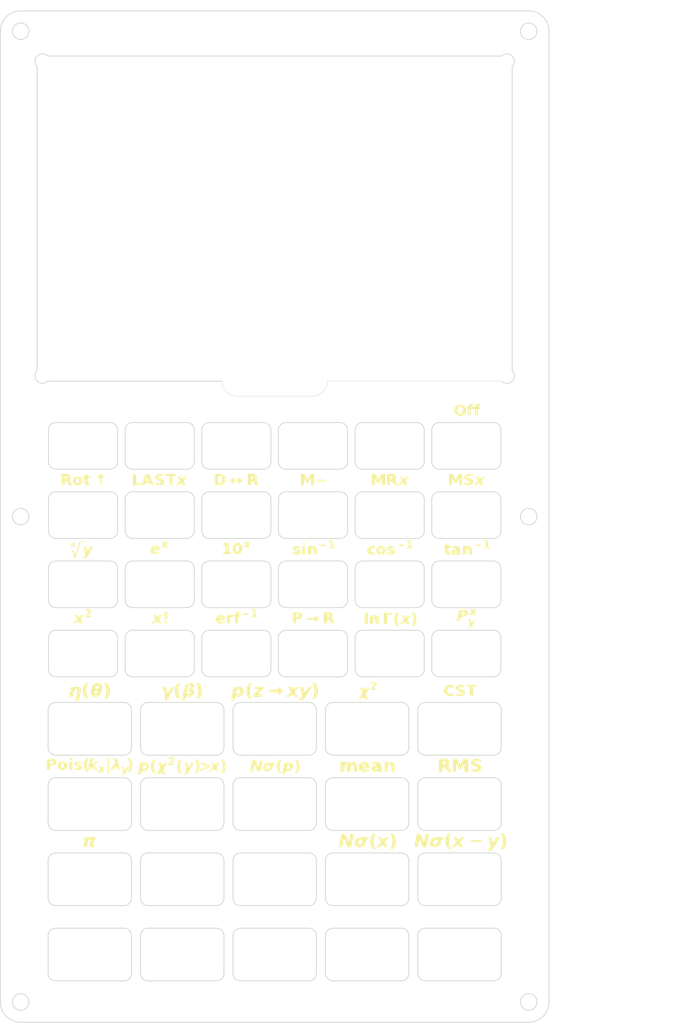
<source format=kicad_pcb>
(kicad_pcb (version 20221018) (generator pcbnew)
  (layers (0 "F.Cu" signal) (31 "B.Cu" signal) (34 "B.Paste" user) (35 "F.Paste" user) (36 "B.SilkS" user "B.Silkscreen") (37 "F.SilkS" user "F.Silkscreen") (38 "B.Mask" user) (39 "F.Mask" user) (44 "Edge.Cuts" user))
  (net 0 "")
  (footprint "LOGO" (layer "F.Cu") (at 100 97.2)
    (fp_text reference "G***" hide)
    (fp_text value "LOGO" hide)
  )
  (gr_arc (start 69.9 85.7) (mid 70.192893 84.992893) (end 70.9 84.7) (stroke (width 0.1)) (layer "Edge.Cuts"))
  (gr_arc (start 88.3 93.9) (mid 89.007107 94.192893) (end 89.3 94.9) (stroke (width 0.1)) (layer "Edge.Cuts"))
  (gr_line (start 70.85 131.9) (end 79.95 131.9) (stroke (width 0.1)) (layer "Edge.Cuts"))
  (gr_arc (start 111.7 118.5) (mid 110.992893 118.207107) (end 110.7 117.5) (stroke (width 0.1)) (layer "Edge.Cuts"))
  (gr_arc (start 119.05 152.9) (mid 119.342893 152.192893) (end 120.05 151.9) (stroke (width 0.1)) (layer "Edge.Cuts"))
  (gr_arc (start 88.3 103.1) (mid 89.007107 103.392893) (end 89.3 104.1) (stroke (width 0.1)) (layer "Edge.Cuts"))
  (gr_line (start 109.7 94.9) (end 109.7 99.1) (stroke (width 0.1)) (layer "Edge.Cuts"))
  (gr_arc (start 118.9 103.1) (mid 119.607107 103.392893) (end 119.9 104.1) (stroke (width 0.1)) (layer "Edge.Cuts"))
  (gr_line (start 120.05 141.9) (end 129.15 141.9) (stroke (width 0.1)) (layer "Edge.Cuts"))
  (gr_arc (start 89.3 117.5) (mid 89.007107 118.207107) (end 88.3 118.5) (stroke (width 0.1)) (layer "Edge.Cuts"))
  (gr_arc (start 101.5 109.3) (mid 100.792893 109.007107) (end 100.5 108.3) (stroke (width 0.1)) (layer "Edge.Cuts"))
  (gr_line (start 111.7 103.1) (end 118.9 103.1) (stroke (width 0.1)) (layer "Edge.Cuts"))
  (gr_arc (start 90.3 113.3) (mid 90.592893 112.592893) (end 91.3 112.3) (stroke (width 0.1)) (layer "Edge.Cuts"))
  (gr_arc (start 69.9 113.3) (mid 70.192893 112.592893) (end 70.9 112.3) (stroke (width 0.1)) (layer "Edge.Cuts"))
  (gr_arc (start 130.185787 35.999999) (mid 131.600001 35.999999) (end 131.600001 37.414213) (stroke (width 0.1)) (layer "Edge.Cuts"))
  (gr_arc (start 106.75 142.9) (mid 107.042893 142.192893) (end 107.75 141.9) (stroke (width 0.1)) (layer "Edge.Cuts"))
  (gr_line (start 100.5 89.9) (end 100.5 85.7) (stroke (width 0.1)) (layer "Edge.Cuts"))
  (gr_arc (start 108.7 112.3) (mid 109.407107 112.592893) (end 109.7 113.3) (stroke (width 0.1)) (layer "Edge.Cuts"))
  (gr_line (start 108.7 118.5) (end 101.5 118.5) (stroke (width 0.1)) (layer "Edge.Cuts"))
  (gr_line (start 79.1 104.1) (end 79.1 108.3) (stroke (width 0.1)) (layer "Edge.Cuts"))
  (gr_line (start 93.25 142.9) (end 93.25 147.9) (stroke (width 0.1)) (layer "Edge.Cuts"))
  (gr_arc (start 92.25 141.9) (mid 92.957107 142.192893) (end 93.25 142.9) (stroke (width 0.1)) (layer "Edge.Cuts"))
  (gr_arc (start 131.6 77.785787) (mid 131.600001 79.2) (end 130.185788 79.200001) (stroke (width 0.1)) (layer "Edge.Cuts"))
  (gr_line (start 70.9 93.9) (end 78.1 93.9) (stroke (width 0.1)) (layer "Edge.Cuts"))
  (gr_line (start 92.25 128.9) (end 83.15 128.9) (stroke (width 0.1)) (layer "Edge.Cuts"))
  (gr_line (start 69.85 157.9) (end 69.85 152.9) (stroke (width 0.1)) (layer "Edge.Cuts"))
  (gr_line (start 119.05 127.9) (end 119.05 122.9) (stroke (width 0.1)) (layer "Edge.Cuts"))
  (gr_line (start 120.05 121.9) (end 129.15 121.9) (stroke (width 0.1)) (layer "Edge.Cuts"))
  (gr_arc (start 95.45 138.9) (mid 94.742893 138.607107) (end 94.45 137.9) (stroke (width 0.1)) (layer "Edge.Cuts"))
  (gr_line (start 120.9 89.9) (end 120.9 85.7) (stroke (width 0.1)) (layer "Edge.Cuts"))
  (gr_line (start 101.5 84.7) (end 108.7 84.7) (stroke (width 0.1)) (layer "Edge.Cuts"))
  (gr_arc (start 93.25 137.9) (mid 92.957107 138.607107) (end 92.25 138.9) (stroke (width 0.1)) (layer "Edge.Cuts"))
  (gr_arc (start 92.25 151.9) (mid 92.957107 152.192893) (end 93.25 152.9) (stroke (width 0.1)) (layer "Edge.Cuts"))
  (gr_line (start 130.1 113.3) (end 130.1 117.5) (stroke (width 0.1)) (layer "Edge.Cuts"))
  (gr_line (start 100.5 108.3) (end 100.5 104.1) (stroke (width 0.1)) (layer "Edge.Cuts"))
  (gr_line (start 88.3 100.1) (end 81.1 100.1) (stroke (width 0.1)) (layer "Edge.Cuts"))
  (gr_arc (start 106.75 122.9) (mid 107.042893 122.192893) (end 107.75 121.9) (stroke (width 0.1)) (layer "Edge.Cuts"))
  (gr_line (start 109.7 85.7) (end 109.7 89.9) (stroke (width 0.1)) (layer "Edge.Cuts"))
  (gr_arc (start 117.85 157.9) (mid 117.557107 158.607107) (end 116.85 158.9) (stroke (width 0.1)) (layer "Edge.Cuts"))
  (gr_line (start 104.55 138.9) (end 95.45 138.9) (stroke (width 0.1)) (layer "Edge.Cuts"))
  (gr_line (start 129.1 109.3) (end 121.9 109.3) (stroke (width 0.1)) (layer "Edge.Cuts"))
  (gr_line (start 88.3 118.5) (end 81.1 118.5) (stroke (width 0.1)) (layer "Edge.Cuts"))
  (gr_line (start 116.85 148.9) (end 107.75 148.9) (stroke (width 0.1)) (layer "Edge.Cuts"))
  (gr_line (start 119.05 137.9) (end 119.05 132.9) (stroke (width 0.1)) (layer "Edge.Cuts"))
  (gr_line (start 69.9 99.1) (end 69.9 94.9) (stroke (width 0.1)) (layer "Edge.Cuts"))
  (gr_line (start 90.3 89.9) (end 90.3 85.7) (stroke (width 0.1)) (layer "Edge.Cuts"))
  (gr_line (start 94.45 147.9) (end 94.45 142.9) (stroke (width 0.1)) (layer "Edge.Cuts"))
  (gr_arc (start 78.1 112.3) (mid 78.807107 112.592893) (end 79.1 113.3) (stroke (width 0.1)) (layer "Edge.Cuts"))
  (gr_arc (start 129.1 103.1) (mid 129.807107 103.392893) (end 130.1 104.1) (stroke (width 0.1)) (layer "Edge.Cuts"))
  (gr_line (start 105.55 122.9) (end 105.55 127.9) (stroke (width 0.1)) (layer "Edge.Cuts"))
  (gr_line (start 130.15 132.9) (end 130.15 137.9) (stroke (width 0.1)) (layer "Edge.Cuts"))
  (gr_arc (start 89.3 99.1) (mid 89.007107 99.807107) (end 88.3 100.1) (stroke (width 0.1)) (layer "Edge.Cuts"))
  (gr_line (start 89.3 85.7) (end 89.3 89.9) (stroke (width 0.1)) (layer "Edge.Cuts"))
  (gr_line (start 130.1 104.1) (end 130.1 108.3) (stroke (width 0.1)) (layer "Edge.Cuts"))
  (gr_line (start 82.15 147.9) (end 82.15 142.9) (stroke (width 0.1)) (layer "Edge.Cuts"))
  (gr_arc (start 116.85 141.9) (mid 117.557107 142.192893) (end 117.85 142.9) (stroke (width 0.1)) (layer "Edge.Cuts"))
  (gr_arc (start 120.9 94.9) (mid 121.192893 94.192893) (end 121.9 93.9) (stroke (width 0.1)) (layer "Edge.Cuts"))
  (gr_arc (start 79.1 117.5) (mid 78.807107 118.207107) (end 78.1 118.5) (stroke (width 0.1)) (layer "Edge.Cuts"))
  (gr_line (start 117.85 142.9) (end 117.85 147.9) (stroke (width 0.1)) (layer "Edge.Cuts"))
  (gr_arc (start 69.814212 79.2) (mid 68.4 79.2) (end 68.4 77.785788) (stroke (width 0.1)) (layer "Edge.Cuts"))
  (gr_line (start 116.85 158.9) (end 107.75 158.9) (stroke (width 0.1)) (layer "Edge.Cuts"))
  (gr_line (start 118.9 118.5) (end 111.7 118.5) (stroke (width 0.1)) (layer "Edge.Cuts"))
  (gr_arc (start 105.55 137.9) (mid 105.257107 138.607107) (end 104.55 138.9) (stroke (width 0.1)) (layer "Edge.Cuts"))
  (gr_arc (start 100.5 113.3) (mid 100.792893 112.592893) (end 101.5 112.3) (stroke (width 0.1)) (layer "Edge.Cuts"))
  (gr_arc (start 69.9 94.9) (mid 70.192893 94.192893) (end 70.9 93.9) (stroke (width 0.1)) (layer "Edge.Cuts"))
  (gr_line (start 83.15 131.9) (end 92.25 131.9) (stroke (width 0.1)) (layer "Edge.Cuts"))
  (gr_arc (start 79.95 131.9) (mid 80.657107 132.192893) (end 80.95 132.9) (stroke (width 0.1)) (layer "Edge.Cuts"))
  (gr_line (start 120.9 99.1) (end 120.9 94.9) (stroke (width 0.1)) (layer "Edge.Cuts"))
  (gr_line (start 109.7 113.3) (end 109.7 117.5) (stroke (width 0.1)) (layer "Edge.Cuts"))
  (gr_line (start 101.5 112.3) (end 108.7 112.3) (stroke (width 0.1)) (layer "Edge.Cuts"))
  (gr_line (start 82.15 137.9) (end 82.15 132.9) (stroke (width 0.1)) (layer "Edge.Cuts"))
  (gr_line (start 105.55 142.9) (end 105.55 147.9) (stroke (width 0.1)) (layer "Edge.Cuts"))
  (gr_line (start 70.85 151.9) (end 79.95 151.9) (stroke (width 0.1)) (layer "Edge.Cuts"))
  (gr_arc (start 104.55 121.9) (mid 105.257107 122.192893) (end 105.55 122.9) (stroke (width 0.1)) (layer "Edge.Cuts"))
  (gr_line (start 69.85 137.9) (end 69.85 132.9) (stroke (width 0.1)) (layer "Edge.Cuts"))
  (gr_arc (start 81.1 90.9) (mid 80.392893 90.607107) (end 80.1 89.9) (stroke (width 0.1)) (layer "Edge.Cuts"))
  (gr_line (start 83.15 151.9) (end 92.25 151.9) (stroke (width 0.1)) (layer "Edge.Cuts"))
  (gr_arc (start 101.5 100.1) (mid 100.792893 99.807107) (end 100.5 99.1) (stroke (width 0.1)) (layer "Edge.Cuts"))
  (gr_line (start 111.7 84.7) (end 118.9 84.7) (stroke (width 0.1)) (layer "Edge.Cuts"))
  (gr_arc (start 104.55 141.9) (mid 105.257107 142.192893) (end 105.55 142.9) (stroke (width 0.1)) (layer "Edge.Cuts"))
  (gr_arc (start 119.05 142.9) (mid 119.342893 142.192893) (end 120.05 141.9) (stroke (width 0.1)) (layer "Edge.Cuts"))
  (gr_line (start 117.85 132.9) (end 117.85 137.9) (stroke (width 0.1)) (layer "Edge.Cuts"))
  (gr_arc (start 70.85 128.9) (mid 70.142893 128.607107) (end 69.85 127.9) (stroke (width 0.1)) (layer "Edge.Cuts"))
  (gr_arc (start 99.5 117.5) (mid 99.207107 118.207107) (end 98.5 118.5) (stroke (width 0.1)) (layer "Edge.Cuts"))
  (gr_line (start 99.5 85.7) (end 99.5 89.9) (stroke (width 0.1)) (layer "Edge.Cuts"))
  (gr_line (start 98.5 100.1) (end 91.3 100.1) (stroke (width 0.1)) (layer "Edge.Cuts"))
  (gr_arc (start 81.1 100.1) (mid 80.392893 99.807107) (end 80.1 99.1) (stroke (width 0.1)) (layer "Edge.Cuts"))
  (gr_arc (start 111.7 90.9) (mid 110.992893 90.607107) (end 110.7 89.9) (stroke (width 0.1)) (layer "Edge.Cuts"))
  (gr_arc (start 68.399999 37.414212) (mid 68.4 35.999999) (end 69.814213 36) (stroke (width 0.1)) (layer "Edge.Cuts"))
  (gr_line (start 99.5 113.3) (end 99.5 117.5) (stroke (width 0.1)) (layer "Edge.Cuts"))
  (gr_arc (start 69.85 152.9) (mid 70.142893 152.192893) (end 70.85 151.9) (stroke (width 0.1)) (layer "Edge.Cuts"))
  (gr_line (start 80.1 89.9) (end 80.1 85.7) (stroke (width 0.1)) (layer "Edge.Cuts"))
  (gr_line (start 105.55 132.9) (end 105.55 137.9) (stroke (width 0.1)) (layer "Edge.Cuts"))
  (gr_line (start 91.3 93.9) (end 98.5 93.9) (stroke (width 0.1)) (layer "Edge.Cuts"))
  (gr_line (start 79.95 148.9) (end 70.85 148.9) (stroke (width 0.1)) (layer "Edge.Cuts"))
  (gr_arc (start 129.15 131.9) (mid 129.857107 132.192893) (end 130.15 132.9) (stroke (width 0.1)) (layer "Edge.Cuts"))
  (gr_arc (start 95.45 148.9) (mid 94.742893 148.607107) (end 94.45 147.9) (stroke (width 0.1)) (layer "Edge.Cuts"))
  (gr_arc (start 94.45 132.9) (mid 94.742893 132.192893) (end 95.45 131.9) (stroke (width 0.1)) (layer "Edge.Cuts"))
  (gr_line (start 82.15 127.9) (end 82.15 122.9) (stroke (width 0.1)) (layer "Edge.Cuts"))
  (gr_line (start 136.5 32.7) (end 136.5 161.7) (stroke (width 0.1)) (layer "Edge.Cuts"))
  (gr_arc (start 107.75 148.9) (mid 107.042893 148.607107) (end 106.75 147.9) (stroke (width 0.1)) (layer "Edge.Cuts"))
  (gr_arc (start 107.75 128.9) (mid 107.042893 128.607107) (end 106.75 127.9) (stroke (width 0.1)) (layer "Edge.Cuts"))
  (gr_circle (center 133.8 161.7) (end 133.8 162.8) (stroke (width 0.1)) (fill none) (layer "Edge.Cuts"))
  (gr_arc (start 120.05 128.9) (mid 119.342893 128.607107) (end 119.05 127.9) (stroke (width 0.1)) (layer "Edge.Cuts"))
  (gr_arc (start 94.45 152.9) (mid 94.742893 152.192893) (end 95.45 151.9) (stroke (width 0.1)) (layer "Edge.Cuts"))
  (gr_arc (start 82.15 152.9) (mid 82.442893 152.192893) (end 83.15 151.9) (stroke (width 0.1)) (layer "Edge.Cuts"))
  (gr_arc (start 80.1 85.7) (mid 80.392893 84.992893) (end 81.1 84.7) (stroke (width 0.1)) (layer "Edge.Cuts"))
  (gr_arc (start 130.1 108.3) (mid 129.807107 109.007107) (end 129.1 109.3) (stroke (width 0.1)) (layer "Edge.Cuts"))
  (gr_arc (start 129.15 141.9) (mid 129.857107 142.192893) (end 130.15 142.9) (stroke (width 0.1)) (layer "Edge.Cuts"))
  (gr_line (start 129.15 158.9) (end 120.05 158.9) (stroke (width 0.1)) (layer "Edge.Cuts"))
  (gr_line (start 116.85 138.9) (end 107.75 138.9) (stroke (width 0.1)) (layer "Edge.Cuts"))
  (gr_arc (start 109.7 99.1) (mid 109.407107 99.807107) (end 108.7 100.1) (stroke (width 0.1)) (layer "Edge.Cuts"))
  (gr_arc (start 110.7 113.3) (mid 110.992893 112.592893) (end 111.7 112.3) (stroke (width 0.1)) (layer "Edge.Cuts"))
  (gr_arc (start 129.1 112.3) (mid 129.807107 112.592893) (end 130.1 113.3) (stroke (width 0.1)) (layer "Edge.Cuts"))
  (gr_arc (start 121.9 118.5) (mid 121.192893 118.207107) (end 120.9 117.5) (stroke (width 0.1)) (layer "Edge.Cuts"))
  (gr_arc (start 120.9 104.1) (mid 121.192893 103.392893) (end 121.9 103.1) (stroke (width 0.1)) (layer "Edge.Cuts"))
  (gr_arc (start 101.5 90.9) (mid 100.792893 90.607107) (end 100.5 89.9) (stroke (width 0.1)) (layer "Edge.Cuts"))
  (gr_line (start 111.7 93.9) (end 118.9 93.9) (stroke (width 0.1)) (layer "Edge.Cuts"))
  (gr_arc (start 130.1 117.5) (mid 129.807107 118.207107) (end 129.1 118.5) (stroke (width 0.1)) (layer "Edge.Cuts"))
  (gr_line (start 129.15 138.9) (end 120.05 138.9) (stroke (width 0.1)) (layer "Edge.Cuts"))
  (gr_line (start 130.1 85.7) (end 130.1 89.9) (stroke (width 0.1)) (layer "Edge.Cuts"))
  (gr_arc (start 90.3 104.1) (mid 90.592893 103.392893) (end 91.3 103.1) (stroke (width 0.1)) (layer "Edge.Cuts"))
  (gr_line (start 129.1 118.5) (end 121.9 118.5) (stroke (width 0.1)) (layer "Edge.Cuts"))
  (gr_arc (start 118.9 84.7) (mid 119.607107 84.992893) (end 119.9 85.7) (stroke (width 0.1)) (layer "Edge.Cuts"))
  (gr_line (start 90.3 108.3) (end 90.3 104.1) (stroke (width 0.1)) (layer "Edge.Cuts"))
  (gr_line (start 91.3 103.1) (end 98.5 103.1) (stroke (width 0.1)) (layer "Edge.Cuts"))
  (gr_arc (start 116.85 131.9) (mid 117.557107 132.192893) (end 117.85 132.9) (stroke (width 0.1)) (layer "Edge.Cuts"))
  (gr_line (start 121.9 93.9) (end 129.1 93.9) (stroke (width 0.1)) (layer "Edge.Cuts"))
  (gr_line (start 130.15 122.9) (end 130.15 127.9) (stroke (width 0.1)) (layer "Edge.Cuts"))
  (gr_arc (start 92.25 131.9) (mid 92.957107 132.192893) (end 93.25 132.9) (stroke (width 0.1)) (layer "Edge.Cuts"))
  (gr_arc (start 106.75 152.9) (mid 107.042893 152.192893) (end 107.75 151.9) (stroke (width 0.1)) (layer "Edge.Cuts"))
  (gr_arc (start 78.1 93.9) (mid 78.807107 94.192893) (end 79.1 94.9) (stroke (width 0.1)) (layer "Edge.Cuts"))
  (gr_arc (start 93.25 127.9) (mid 92.957107 128.607107) (end 92.25 128.9) (stroke (width 0.1)) (layer "Edge.Cuts"))
  (gr_line (start 95 81.2) (end 105 81.2) (stroke (width 0.05)) (layer "Edge.Cuts"))
  (gr_line (start 95.45 121.9) (end 104.55 121.9) (stroke (width 0.1)) (layer "Edge.Cuts"))
  (gr_line (start 92.25 148.9) (end 83.15 148.9) (stroke (width 0.1)) (layer "Edge.Cuts"))
  (gr_line (start 108.7 109.3) (end 101.5 109.3) (stroke (width 0.1)) (layer "Edge.Cuts"))
  (gr_arc (start 104.55 151.9) (mid 105.257107 152.192893) (end 105.55 152.9) (stroke (width 0.1)) (layer "Edge.Cuts"))
  (gr_line (start 119.9 104.1) (end 119.9 108.3) (stroke (width 0.1)) (layer "Edge.Cuts"))
  (gr_line (start 81.1 112.3) (end 88.3 112.3) (stroke (width 0.1)) (layer "Edge.Cuts"))
  (gr_line (start 70.85 121.9) (end 79.95 121.9) (stroke (width 0.1)) (layer "Edge.Cuts"))
  (gr_arc (start 129.15 121.9) (mid 129.857107 122.192893) (end 130.15 122.9) (stroke (width 0.1)) (layer "Edge.Cuts"))
  (gr_line (start 91.3 84.7) (end 98.5 84.7) (stroke (width 0.1)) (layer "Edge.Cuts"))
  (gr_arc (start 69.85 122.9) (mid 70.142893 122.192893) (end 70.85 121.9) (stroke (width 0.1)) (layer "Edge.Cuts"))
  (gr_arc (start 83.15 138.9) (mid 82.442893 138.607107) (end 82.15 137.9) (stroke (width 0.1)) (layer "Edge.Cuts"))
  (gr_line (start 121.9 112.3) (end 129.1 112.3) (stroke (width 0.1)) (layer "Edge.Cuts"))
  (gr_arc (start 70.85 148.9) (mid 70.142893 148.607107) (end 69.85 147.9) (stroke (width 0.1)) (layer "Edge.Cuts"))
  (gr_arc (start 79.95 151.9) (mid 80.657107 152.192893) (end 80.95 152.9) (stroke (width 0.1)) (layer "Edge.Cuts"))
  (gr_line (start 101.5 103.1) (end 108.7 103.1) (stroke (width 0.1)) (layer "Edge.Cuts"))
  (gr_arc (start 118.9 112.3) (mid 119.607107 112.592893) (end 119.9 113.3) (stroke (width 0.1)) (layer "Edge.Cuts"))
  (gr_line (start 92.25 158.9) (end 83.15 158.9) (stroke (width 0.1)) (layer "Edge.Cuts"))
  (gr_arc (start 105.55 157.9) (mid 105.257107 158.607107) (end 104.55 158.9) (stroke (width 0.1)) (layer "Edge.Cuts"))
  (gr_line (start 69.9 89.9) (end 69.9 85.7) (stroke (width 0.1)) (layer "Edge.Cuts"))
  (gr_line (start 63.5 161.7) (end 63.5 32.7) (stroke (width 0.1)) (layer "Edge.Cuts"))
  (gr_line (start 80.95 142.9) (end 80.95 147.9) (stroke (width 0.1)) (layer "Edge.Cuts"))
  (gr_line (start 129.15 128.9) (end 120.05 128.9) (stroke (width 0.1)) (layer "Edge.Cuts"))
  (gr_line (start 81.1 93.9) (end 88.3 93.9) (stroke (width 0.1)) (layer "Edge.Cuts"))
  (gr_line (start 98.5 118.5) (end 91.3 118.5) (stroke (width 0.1)) (layer "Edge.Cuts"))
  (gr_line (start 78.1 90.9) (end 70.9 90.9) (stroke (width 0.1)) (layer "Edge.Cuts"))
  (gr_line (start 79.95 158.9) (end 70.85 158.9) (stroke (width 0.1)) (layer "Edge.Cuts"))
  (gr_line (start 120.9 108.3) (end 120.9 104.1) (stroke (width 0.1)) (layer "Edge.Cuts"))
  (gr_arc (start 83.15 148.9) (mid 82.442893 148.607107) (end 82.15 147.9) (stroke (width 0.1)) (layer "Edge.Cuts"))
  (gr_line (start 130.1 94.9) (end 130.1 99.1) (stroke (width 0.1)) (layer "Edge.Cuts"))
  (gr_arc (start 117.85 127.9) (mid 117.557107 128.607107) (end 116.85 128.9) (stroke (width 0.1)) (layer "Edge.Cuts"))
  (gr_arc (start 119.9 117.5) (mid 119.607107 118.207107) (end 118.9 118.5) (stroke (width 0.1)) (layer "Edge.Cuts"))
  (gr_circle (center 133.8 32.7) (end 133.8 33.8) (stroke (width 0.1)) (fill none) (layer "Edge.Cuts"))
  (gr_line (start 79.1 94.9) (end 79.1 99.1) (stroke (width 0.1)) (layer "Edge.Cuts"))
  (gr_line (start 69.9 117.5) (end 69.9 113.3) (stroke (width 0.1)) (layer "Edge.Cuts"))
  (gr_line (start 79.95 138.9) (end 70.85 138.9) (stroke (width 0.1)) (layer "Edge.Cuts"))
  (gr_arc (start 110.7 94.9) (mid 110.992893 94.192893) (end 111.7 93.9) (stroke (width 0.1)) (layer "Edge.Cuts"))
  (gr_line (start 95.45 131.9) (end 104.55 131.9) (stroke (width 0.1)) (layer "Edge.Cuts"))
  (gr_arc (start 79.1 89.9) (mid 78.807107 90.607107) (end 78.1 90.9) (stroke (width 0.1)) (layer "Edge.Cuts"))
  (gr_line (start 106.75 137.9) (end 106.75 132.9) (stroke (width 0.1)) (layer "Edge.Cuts"))
  (gr_arc (start 80.1 104.1) (mid 80.392893 103.392893) (end 81.1 103.1) (stroke (width 0.1)) (layer "Edge.Cuts"))
  (gr_line (start 121.9 103.1) (end 129.1 103.1) (stroke (width 0.1)) (layer "Edge.Cuts"))
  (gr_arc (start 95.45 128.9) (mid 94.742893 128.607107) (end 94.45 127.9) (stroke (width 0.1)) (layer "Edge.Cuts"))
  (gr_arc (start 133.8 30) (mid 135.709188 30.790812) (end 136.5 32.7) (stroke (width 0.1)) (layer "Edge.Cuts"))
  (gr_arc (start 111.7 100.1) (mid 110.992893 99.807107) (end 110.7 99.1) (stroke (width 0.1)) (layer "Edge.Cuts"))
  (gr_arc (start 80.95 137.9) (mid 80.657107 138.607107) (end 79.95 138.9) (stroke (width 0.1)) (layer "Edge.Cuts"))
  (gr_line (start 100.5 99.1) (end 100.5 94.9) (stroke (width 0.1)) (layer "Edge.Cuts"))
  (gr_line (start 93.25 122.9) (end 93.25 127.9) (stroke (width 0.1)) (layer "Edge.Cuts"))
  (gr_line (start 109.7 104.1) (end 109.7 108.3) (stroke (width 0.1)) (layer "Edge.Cuts"))
  (gr_arc (start 121.9 100.1) (mid 121.192893 99.807107) (end 120.9 99.1) (stroke (width 0.1)) (layer "Edge.Cuts"))
  (gr_arc (start 95 81.2) (mid 93.585786 80.614214) (end 93 79.2) (stroke (width 0.05)) (layer "Edge.Cuts"))
  (gr_line (start 80.95 152.9) (end 80.95 157.9) (stroke (width 0.1)) (layer "Edge.Cuts"))
  (gr_line (start 83.15 141.9) (end 92.25 141.9) (stroke (width 0.1)) (layer "Edge.Cuts"))
  (gr_circle (center 133.8 97.2) (end 133.8 98.3) (stroke (width 0.1)) (fill none) (layer "Edge.Cuts"))
  (gr_line (start 80.1 108.3) (end 80.1 104.1) (stroke (width 0.1)) (layer "Edge.Cuts"))
  (gr_line (start 90.3 99.1) (end 90.3 94.9) (stroke (width 0.1)) (layer "Edge.Cuts"))
  (gr_arc (start 98.5 84.7) (mid 99.207107 84.992893) (end 99.5 85.7) (stroke (width 0.1)) (layer "Edge.Cuts"))
  (gr_arc (start 98.5 112.3) (mid 99.207107 112.592893) (end 99.5 113.3) (stroke (width 0.1)) (layer "Edge.Cuts"))
  (gr_arc (start 66.2 164.4) (mid 64.290812 163.609188) (end 63.5 161.7) (stroke (width 0.1)) (layer "Edge.Cuts"))
  (gr_arc (start 82.15 142.9) (mid 82.442893 142.192893) (end 83.15 141.9) (stroke (width 0.1)) (layer "Edge.Cuts"))
  (gr_line (start 119.9 85.7) (end 119.9 89.9) (stroke (width 0.1)) (layer "Edge.Cuts"))
  (gr_line (start 95.45 151.9) (end 104.55 151.9) (stroke (width 0.1)) (layer "Edge.Cuts"))
  (gr_arc (start 129.15 151.9) (mid 129.857107 152.192893) (end 130.15 152.9) (stroke (width 0.1)) (layer "Edge.Cuts"))
  (gr_line (start 110.7 117.5) (end 110.7 113.3) (stroke (width 0.1)) (layer "Edge.Cuts"))
  (gr_arc (start 100.5 104.1) (mid 100.792893 103.392893) (end 101.5 103.1) (stroke (width 0.1)) (layer "Edge.Cuts"))
  (gr_arc (start 82.15 132.9) (mid 82.442893 132.192893) (end 83.15 131.9) (stroke (width 0.1)) (layer "Edge.Cuts"))
  (gr_arc (start 88.3 112.3) (mid 89.007107 112.592893) (end 89.3 113.3) (stroke (width 0.1)) (layer "Edge.Cuts"))
  (gr_line (start 105.55 152.9) (end 105.55 157.9) (stroke (width 0.1)) (layer "Edge.Cuts"))
  (gr_arc (start 119.05 132.9) (mid 119.342893 132.192893) (end 120.05 131.9) (stroke (width 0.1)) (layer "Edge.Cuts"))
  (gr_line (start 98.5 90.9) (end 91.3 90.9) (stroke (width 0.1)) (layer "Edge.Cuts"))
  (gr_arc (start 81.1 109.3) (mid 80.392893 109.007107) (end 80.1 108.3) (stroke (width 0.1)) (layer "Edge.Cuts"))
  (gr_line (start 93.25 152.9) (end 93.25 157.9) (stroke (width 0.1)) (layer "Edge.Cuts"))
  (gr_arc (start 78.1 84.7) (mid 78.807107 84.992893) (end 79.1 85.7) (stroke (width 0.1)) (layer "Edge.Cuts"))
  (gr_arc (start 99.5 89.9) (mid 99.207107 90.607107) (end 98.5 90.9) (stroke (width 0.1)) (layer "Edge.Cuts"))
  (gr_line (start 110.7 108.3) (end 110.7 104.1) (stroke (width 0.1)) (layer "Edge.Cuts"))
  (gr_line (start 119.05 147.9) (end 119.05 142.9) (stroke (width 0.1)) (layer "Edge.Cuts"))
  (gr_arc (start 91.3 90.9) (mid 90.592893 90.607107) (end 90.3 89.9) (stroke (width 0.1)) (layer "Edge.Cuts"))
  (gr_line (start 118.9 100.1) (end 111.7 100.1) (stroke (width 0.1)) (layer "Edge.Cuts"))
  (gr_arc (start 119.9 89.9) (mid 119.607107 90.607107) (end 118.9 90.9) (stroke (width 0.1)) (layer "Edge.Cuts"))
  (gr_arc (start 120.05 158.9) (mid 119.342893 158.607107) (end 119.05 157.9) (stroke (width 0.1)) (layer "Edge.Cuts"))
  (gr_circle (center 66.2 97.2) (end 66.2 98.3) (stroke (width 0.1)) (fill none) (layer "Edge.Cuts"))
  (gr_arc (start 90.3 94.9) (mid 90.592893 94.192893) (end 91.3 93.9) (stroke (width 0.1)) (layer "Edge.Cuts"))
  (gr_arc (start 81.1 118.5) (mid 80.392893 118.207107) (end 80.1 117.5) (stroke (width 0.1)) (layer "Edge.Cuts"))
  (gr_arc (start 129.1 84.7) (mid 129.807107 84.992893) (end 130.1 85.7) (stroke (width 0.1)) (layer "Edge.Cuts"))
  (gr_line (start 88.3 90.9) (end 81.1 90.9) (stroke (width 0.1)) (layer "Edge.Cuts"))
  (gr_arc (start 108.7 93.9) (mid 109.407107 94.192893) (end 109.7 94.9) (stroke (width 0.1)) (layer "Edge.Cuts"))
  (gr_line (start 91.3 112.3) (end 98.5 112.3) (stroke (width 0.1)) (layer "Edge.Cuts"))
  (gr_arc (start 130.15 127.9) (mid 129.857107 128.607107) (end 129.15 128.9) (stroke (width 0.1)) (layer "Edge.Cuts"))
  (gr_arc (start 108.7 103.1) (mid 109.407107 103.392893) (end 109.7 104.1) (stroke (width 0.1)) (layer "Edge.Cuts"))
  (gr_arc (start 120.9 113.3) (mid 121.192893 112.592893) (end 121.9 112.3) (stroke (width 0.1)) (layer "Edge.Cuts"))
  (gr_arc (start 83.15 128.9) (mid 82.442893 128.607107) (end 82.15 127.9) (stroke (width 0.1)) (layer "Edge.Cuts"))
  (gr_line (start 78.1 109.3) (end 70.9 109.3) (stroke (width 0.1)) (layer "Edge.Cuts"))
  (gr_line (start 119.9 94.9) (end 119.9 99.1) (stroke (width 0.1)) (layer "Edge.Cuts"))
  (gr_line (start 94.45 127.9) (end 94.45 122.9) (stroke (width 0.1)) (layer "Edge.Cuts"))
  (gr_line (start 133.8 164.4) (end 66.2 164.4) (stroke (width 0.1)) (layer "Edge.Cuts"))
  (gr_arc (start 107.75 138.9) (mid 107.042893 138.607107) (end 106.75 137.9) (stroke (width 0.1)) (layer "Edge.Cuts"))
  (gr_arc (start 99.5 108.3) (mid 99.207107 109.007107) (end 98.5 109.3) (stroke (width 0.1)) (layer "Edge.Cuts"))
  (gr_line (start 80.95 122.9) (end 80.95 127.9) (stroke (width 0.1)) (layer "Edge.Cuts"))
  (gr_line (start 99.5 94.9) (end 99.5 99.1) (stroke (width 0.1)) (layer "Edge.Cuts"))
  (gr_arc (start 110.7 104.1) (mid 110.992893 103.392893) (end 111.7 103.1) (stroke (width 0.1)) (layer "Edge.Cuts"))
  (gr_arc (start 130.1 99.1) (mid 129.807107 99.807107) (end 129.1 100.1) (stroke (width 0.1)) (layer "Edge.Cuts"))
  (gr_line (start 110.7 89.9) (end 110.7 85.7) (stroke (width 0.1)) (layer "Edge.Cuts"))
  (gr_arc (start 111.7 109.3) (mid 110.992893 109.007107) (end 110.7 108.3) (stroke (width 0.1)) (layer "Edge.Cuts"))
  (gr_line (start 80.1 117.5) (end 80.1 113.3) (stroke (width 0.1)) (layer "Edge.Cuts"))
  (gr_line (start 80.1 99.1) (end 80.1 94.9) (stroke (width 0.1)) (layer "Edge.Cuts"))
  (gr_arc (start 92.25 121.9) (mid 92.957107 122.192893) (end 93.25 122.9) (stroke (width 0.1)) (layer "Edge.Cuts"))
  (gr_arc (start 108.7 84.7) (mid 109.407107 84.992893) (end 109.7 85.7) (stroke (width 0.1)) (layer "Edge.Cuts"))
  (gr_line (start 79.1 113.3) (end 79.1 117.5) (stroke (width 0.1)) (layer "Edge.Cuts"))
  (gr_line (start 80.95 132.9) (end 80.95 137.9) (stroke (width 0.1)) (layer "Edge.Cuts"))
  (gr_line (start 94.45 157.9) (end 94.45 152.9) (stroke (width 0.1)) (layer "Edge.Cuts"))
  (gr_arc (start 118.9 93.9) (mid 119.607107 94.192893) (end 119.9 94.9) (stroke (width 0.1)) (layer "Edge.Cuts"))
  (gr_arc (start 89.3 108.3) (mid 89.007107 109.007107) (end 88.3 109.3) (stroke (width 0.1)) (layer "Edge.Cuts"))
  (gr_line (start 104.55 148.9) (end 95.45 148.9) (stroke (width 0.1)) (layer "Edge.Cuts"))
  (gr_arc (start 130.15 137.9) (mid 129.857107 138.607107) (end 129.15 138.9) (stroke (width 0.1)) (layer "Edge.Cuts"))
  (gr_arc (start 78.1 103.1) (mid 78.807107 103.392893) (end 79.1 104.1) (stroke (width 0.1)) (layer "Edge.Cuts"))
  (gr_line (start 79.1 85.7) (end 79.1 89.9) (stroke (width 0.1)) (layer "Edge.Cuts"))
  (gr_line (start 118.9 90.9) (end 111.7 90.9) (stroke (width 0.1)) (layer "Edge.Cuts"))
  (gr_line (start 70.9 103.1) (end 78.1 103.1) (stroke (width 0.1)) (layer "Edge.Cuts"))
  (gr_arc (start 105.55 147.9) (mid 105.257107 148.607107) (end 104.55 148.9) (stroke (width 0.1)) (layer "Edge.Cuts"))
  (gr_line (start 69.85 127.9) (end 69.85 122.9) (stroke (width 0.1)) (layer "Edge.Cuts"))
  (gr_arc (start 119.9 108.3) (mid 119.607107 109.007107) (end 118.9 109.3) (stroke (width 0.1)) (layer "Edge.Cuts"))
  (gr_arc (start 69.9 104.1) (mid 70.192893 103.392893) (end 70.9 103.1) (stroke (width 0.1)) (layer "Edge.Cuts"))
  (gr_arc (start 109.7 117.5) (mid 109.407107 118.207107) (end 108.7 118.5) (stroke (width 0.1)) (layer "Edge.Cuts"))
  (gr_arc (start 70.85 138.9) (mid 70.142893 138.607107) (end 69.85 137.9) (stroke (width 0.1)) (layer "Edge.Cuts"))
  (gr_arc (start 80.95 157.9) (mid 80.657107 158.607107) (end 79.95 158.9) (stroke (width 0.1)) (layer "Edge.Cuts"))
  (gr_line (start 108.7 100.1) (end 101.5 100.1) (stroke (width 0.1)) (layer "Edge.Cuts"))
  (gr_arc (start 101.5 118.5) (mid 100.792893 118.207107) (end 100.5 117.5) (stroke (width 0.1)) (layer "Edge.Cuts"))
  (gr_line (start 68.4 77.785788) (end 68.399999 37.414212) (stroke (width 0.1)) (layer "Edge.Cuts"))
  (gr_line (start 81.1 84.7) (end 88.3 84.7) (stroke (width 0.1)) (layer "Edge.Cuts"))
  (gr_line (start 81.1 103.1) (end 88.3 103.1) (stroke (width 0.1)) (layer "Edge.Cuts"))
  (gr_arc (start 116.85 121.9) (mid 117.557107 122.192893) (end 117.85 122.9) (stroke (width 0.1)) (layer "Edge.Cuts"))
  (gr_line (start 120.9 117.5) (end 120.9 113.3) (stroke (width 0.1)) (layer "Edge.Cuts"))
  (gr_line (start 121.9 84.7) (end 129.1 84.7) (stroke (width 0.1)) (layer "Edge.Cuts"))
  (gr_line (start 101.5 93.9) (end 108.7 93.9) (stroke (width 0.1)) (layer "Edge.Cuts"))
  (gr_arc (start 94.45 142.9) (mid 94.742893 142.192893) (end 95.45 141.9) (stroke (width 0.1)) (layer "Edge.Cuts"))
  (gr_arc (start 94.45 122.9) (mid 94.742893 122.192893) (end 95.45 121.9) (stroke (width 0.1)) (layer "Edge.Cuts"))
  (gr_line (start 98.5 109.3) (end 91.3 109.3) (stroke (width 0.1)) (layer "Edge.Cuts"))
  (gr_line (start 110.7 99.1) (end 110.7 94.9) (stroke (width 0.1)) (layer "Edge.Cuts"))
  (gr_line (start 82.15 157.9) (end 82.15 152.9) (stroke (width 0.1)) (layer "Edge.Cuts"))
  (gr_arc (start 106.75 132.9) (mid 107.042893 132.192893) (end 107.75 131.9) (stroke (width 0.1)) (layer "Edge.Cuts"))
  (gr_line (start 107.75 131.9) (end 116.85 131.9) (stroke (width 0.1)) (layer "Edge.Cuts"))
  (gr_arc (start 100.5 94.9) (mid 100.792893 94.192893) (end 101.5 93.9) (stroke (width 0.1)) (layer "Edge.Cuts"))
  (gr_arc (start 107 79.2) (mid 106.414214 80.614214) (end 105 81.2) (stroke (width 0.05)) (layer "Edge.Cuts"))
  (gr_arc (start 119.05 122.9) (mid 119.342893 122.192893) (end 120.05 121.9) (stroke (width 0.1)) (layer "Edge.Cuts"))
  (gr_line (start 93.25 132.9) (end 93.25 137.9) (stroke (width 0.1)) (layer "Edge.Cuts"))
  (gr_arc (start 91.3 118.5) (mid 90.592893 118.207107) (end 90.3 117.5) (stroke (width 0.1)) (layer "Edge.Cuts"))
  (gr_arc (start 95.45 158.9) (mid 94.742893 158.607107) (end 94.45 157.9) (stroke (width 0.1)) (layer "Edge.Cuts"))
  (gr_line (start 108.7 90.9) (end 101.5 90.9) (stroke (width 0.1)) (layer "Edge.Cuts"))
  (gr_arc (start 89.3 89.9) (mid 89.007107 90.607107) (end 88.3 90.9) (stroke (width 0.1)) (layer "Edge.Cuts"))
  (gr_arc (start 70.9 100.1) (mid 70.192893 99.807107) (end 69.9 99.1) (stroke (width 0.1)) (layer "Edge.Cuts"))
  (gr_line (start 90.3 117.5) (end 90.3 113.3) (stroke (width 0.1)) (layer "Edge.Cuts"))
  (gr_arc (start 129.1 93.9) (mid 129.807107 94.192893) (end 130.1 94.9) (stroke (width 0.1)) (layer "Edge.Cuts"))
  (gr_arc (start 91.3 109.3) (mid 90.592893 109.007107) (end 90.3 108.3) (stroke (width 0.1)) (layer "Edge.Cuts"))
  (gr_arc (start 120.05 148.9) (mid 119.342893 148.607107) (end 119.05 147.9) (stroke (width 0.1)) (layer "Edge.Cuts"))
  (gr_arc (start 63.5 32.7) (mid 64.290812 30.790812) (end 66.2 30) (stroke (width 0.1)) (layer "Edge.Cuts"))
  (gr_arc (start 70.9 90.9) (mid 70.192893 90.607107) (end 69.9 89.9) (stroke (width 0.1)) (layer "Edge.Cuts"))
  (gr_line (start 69.85 147.9) (end 69.85 142.9) (stroke (width 0.1)) (layer "Edge.Cuts"))
  (gr_line (start 95.45 141.9) (end 104.55 141.9) (stroke (width 0.1)) (layer "Edge.Cuts"))
  (gr_arc (start 130.15 157.9) (mid 129.857107 158.607107) (end 129.15 158.9) (stroke (width 0.1)) (layer "Edge.Cuts"))
  (gr_arc (start 109.7 89.9) (mid 109.407107 90.607107) (end 108.7 90.9) (stroke (width 0.1)) (layer "Edge.Cuts"))
  (gr_arc (start 70.85 158.9) (mid 70.142893 158.607107) (end 69.85 157.9) (stroke (width 0.1)) (layer "Edge.Cuts"))
  (gr_line (start 89.3 94.9) (end 89.3 99.1) (stroke (width 0.1)) (layer "Edge.Cuts"))
  (gr_arc (start 107.75 158.9) (mid 107.042893 158.607107) (end 106.75 157.9) (stroke (width 0.1)) (layer "Edge.Cuts"))
  (gr_line (start 66.2 30) (end 133.8 30) (stroke (width 0.1)) (layer "Edge.Cuts"))
  (gr_arc (start 80.1 94.9) (mid 80.392893 94.192893) (end 81.1 93.9) (stroke (width 0.1)) (layer "Edge.Cuts"))
  (gr_line (start 94.45 137.9) (end 94.45 132.9) (stroke (width 0.1)) (layer "Edge.Cuts"))
  (gr_line (start 89.3 104.1) (end 89.3 108.3) (stroke (width 0.1)) (layer "Edge.Cuts"))
  (gr_line (start 129.1 90.9) (end 121.9 90.9) (stroke (width 0.1)) (layer "Edge.Cuts"))
  (gr_arc (start 119.9 99.1) (mid 119.607107 99.807107) (end 118.9 100.1) (stroke (width 0.1)) (layer "Edge.Cuts"))
  (gr_line (start 129.1 100.1) (end 121.9 100.1) (stroke (width 0.1)) (layer "Edge.Cuts"))
  (gr_line (start 93 79.2) (end 69.814212 79.2) (stroke (width 0.1)) (layer "Edge.Cuts"))
  (gr_arc (start 93.25 157.9) (mid 92.957107 158.607107) (end 92.25 158.9) (stroke (width 0.1)) (layer "Edge.Cuts"))
  (gr_line (start 117.85 152.9) (end 117.85 157.9) (stroke (width 0.1)) (layer "Edge.Cuts"))
  (gr_arc (start 80.1 113.3) (mid 80.392893 112.592893) (end 81.1 112.3) (stroke (width 0.1)) (layer "Edge.Cuts"))
  (gr_line (start 130.15 142.9) (end 130.15 147.9) (stroke (width 0.1)) (layer "Edge.Cuts"))
  (gr_line (start 107 79.2) (end 130.185788 79.200001) (stroke (width 0.05)) (layer "Edge.Cuts"))
  (gr_circle (center 66.2 161.7) (end 66.2 162.8) (stroke (width 0.1)) (fill none) (layer "Edge.Cuts"))
  (gr_arc (start 117.85 137.9) (mid 117.557107 138.607107) (end 116.85 138.9) (stroke (width 0.1)) (layer "Edge.Cuts"))
  (gr_line (start 100.5 117.5) (end 100.5 113.3) (stroke (width 0.1)) (layer "Edge.Cuts"))
  (gr_line (start 104.55 158.9) (end 95.45 158.9) (stroke (width 0.1)) (layer "Edge.Cuts"))
  (gr_line (start 70.9 112.3) (end 78.1 112.3) (stroke (width 0.1)) (layer "Edge.Cuts"))
  (gr_line (start 111.7 112.3) (end 118.9 112.3) (stroke (width 0.1)) (layer "Edge.Cuts"))
  (gr_line (start 107.75 121.9) (end 116.85 121.9) (stroke (width 0.1)) (layer "Edge.Cuts"))
  (gr_arc (start 130.15 147.9) (mid 129.857107 148.607107) (end 129.15 148.9) (stroke (width 0.1)) (layer "Edge.Cuts"))
  (gr_line (start 99.5 104.1) (end 99.5 108.3) (stroke (width 0.1)) (layer "Edge.Cuts"))
  (gr_arc (start 79.95 121.9) (mid 80.657107 122.192893) (end 80.95 122.9) (stroke (width 0.1)) (layer "Edge.Cuts"))
  (gr_arc (start 110.7 85.7) (mid 110.992893 84.992893) (end 111.7 84.7) (stroke (width 0.1)) (layer "Edge.Cuts"))
  (gr_arc (start 120.9 85.7) (mid 121.192893 84.992893) (end 121.9 84.7) (stroke (width 0.1)) (layer "Edge.Cuts"))
  (gr_line (start 70.9 84.7) (end 78.1 84.7) (stroke (width 0.1)) (layer "Edge.Cuts"))
  (gr_line (start 104.55 128.9) (end 95.45 128.9) (stroke (width 0.1)) (layer "Edge.Cuts"))
  (gr_line (start 131.600001 37.414213) (end 131.6 77.785787) (stroke (width 0.1)) (layer "Edge.Cuts"))
  (gr_arc (start 98.5 103.1) (mid 99.207107 103.392893) (end 99.5 104.1) (stroke (width 0.1)) (layer "Edge.Cuts"))
  (gr_line (start 106.75 147.9) (end 106.75 142.9) (stroke (width 0.1)) (layer "Edge.Cuts"))
  (gr_line (start 69.9 108.3) (end 69.9 104.1) (stroke (width 0.1)) (layer "Edge.Cuts"))
  (gr_arc (start 104.55 131.9) (mid 105.257107 132.192893) (end 105.55 132.9) (stroke (width 0.1)) (layer "Edge.Cuts"))
  (gr_arc (start 88.3 84.7) (mid 89.007107 84.992893) (end 89.3 85.7) (stroke (width 0.1)) (layer "Edge.Cuts"))
  (gr_arc (start 79.1 99.1) (mid 78.807107 99.807107) (end 78.1 100.1) (stroke (width 0.1)) (layer "Edge.Cuts"))
  (gr_line (start 79.95 128.9) (end 70.85 128.9) (stroke (width 0.1)) (layer "Edge.Cuts"))
  (gr_arc (start 79.1 108.3) (mid 78.807107 109.007107) (end 78.1 109.3) (stroke (width 0.1)) (layer "Edge.Cuts"))
  (gr_line (start 69.814212 35.999999) (end 130.185787 35.999999) (stroke (width 0.1)) (layer "Edge.Cuts"))
  (gr_arc (start 105.55 127.9) (mid 105.257107 128.607107) (end 104.55 128.9) (stroke (width 0.1)) (layer "Edge.Cuts"))
  (gr_circle (center 66.2 32.7) (end 66.2 33.8) (stroke (width 0.1)) (fill none) (layer "Edge.Cuts"))
  (gr_arc (start 117.85 147.9) (mid 117.557107 148.607107) (end 116.85 148.9) (stroke (width 0.1)) (layer "Edge.Cuts"))
  (gr_arc (start 80.95 147.9) (mid 80.657107 148.607107) (end 79.95 148.9) (stroke (width 0.1)) (layer "Edge.Cuts"))
  (gr_line (start 107.75 141.9) (end 116.85 141.9) (stroke (width 0.1)) (layer "Edge.Cuts"))
  (gr_line (start 88.3 109.3) (end 81.1 109.3) (stroke (width 0.1)) (layer "Edge.Cuts"))
  (gr_arc (start 90.3 85.7) (mid 90.592893 84.992893) (end 91.3 84.7) (stroke (width 0.1)) (layer "Edge.Cuts"))
  (gr_line (start 106.75 127.9) (end 106.75 122.9) (stroke (width 0.1)) (layer "Edge.Cuts"))
  (gr_line (start 89.3 113.3) (end 89.3 117.5) (stroke (width 0.1)) (layer "Edge.Cuts"))
  (gr_arc (start 99.5 99.1) (mid 99.207107 99.807107) (end 98.5 100.1) (stroke (width 0.1)) (layer "Edge.Cuts"))
  (gr_line (start 118.9 109.3) (end 111.7 109.3) (stroke (width 0.1)) (layer "Edge.Cuts"))
  (gr_arc (start 79.95 141.9) (mid 80.657107 142.192893) (end 80.95 142.9) (stroke (width 0.1)) (layer "Edge.Cuts"))
  (gr_arc (start 121.9 109.3) (mid 121.192893 109.007107) (end 120.9 108.3) (stroke (width 0.1)) (layer "Edge.Cuts"))
  (gr_arc (start 91.3 100.1) (mid 90.592893 99.807107) (end 90.3 99.1) (stroke (width 0.1)) (layer "Edge.Cuts"))
  (gr_arc (start 100.5 85.7) (mid 100.792893 84.992893) (end 101.5 84.7) (stroke (width 0.1)) (layer "Edge.Cuts"))
  (gr_line (start 129.15 148.9) (end 120.05 148.9) (stroke (width 0.1)) (layer "Edge.Cuts"))
  (gr_arc (start 69.85 142.9) (mid 70.142893 142.192893) (end 70.85 141.9) (stroke (width 0.1)) (layer "Edge.Cuts"))
  (gr_arc (start 83.15 158.9) (mid 82.442893 158.607107) (end 82.15 157.9) (stroke (width 0.1)) (layer "Edge.Cuts"))
  (gr_line (start 83.15 121.9) (end 92.25 121.9) (stroke (width 0.1)) (layer "Edge.Cuts"))
  (gr_arc (start 136.5 161.7) (mid 135.709188 163.609188) (end 133.8 164.4) (stroke (width 0.1)) (layer "Edge.Cuts"))
  (gr_line (start 78.1 118.5) (end 70.9 118.5) (stroke (width 0.1)) (layer "Edge.Cuts"))
  (gr_arc (start 109.7 108.3) (mid 109.407107 109.007107) (end 108.7 109.3) (stroke (width 0.1)) (layer "Edge.Cuts"))
  (gr_arc (start 93.25 147.9) (mid 92.957107 148.607107) (end 92.25 148.9) (stroke (width 0.1)) (layer "Edge.Cuts"))
  (gr_line (start 116.85 128.9) (end 107.75 128.9) (stroke (width 0.1)) (layer "Edge.Cuts"))
  (gr_line (start 70.85 141.9) (end 79.95 141.9) (stroke (width 0.1)) (layer "Edge.Cuts"))
  (gr_line (start 130.15 152.9) (end 130.15 157.9) (stroke (width 0.1)) (layer "Edge.Cuts"))
  (gr_line (start 117.85 122.9) (end 117.85 127.9) (stroke (width 0.1)) (layer "Edge.Cuts"))
  (gr_arc (start 70.9 109.3) (mid 70.192893 109.007107) (end 69.9 108.3) (stroke (width 0.1)) (layer "Edge.Cuts"))
  (gr_line (start 78.1 100.1) (end 70.9 100.1) (stroke (width 0.1)) (layer "Edge.Cuts"))
  (gr_arc (start 80.95 127.9) (mid 80.657107 128.607107) (end 79.95 128.9) (stroke (width 0.1)) (layer "Edge.Cuts"))
  (gr_line (start 92.25 138.9) (end 83.15 138.9) (stroke (width 0.1)) (layer "Edge.Cuts"))
  (gr_arc (start 130.1 89.9) (mid 129.807107 90.607107) (end 129.1 90.9) (stroke (width 0.1)) (layer "Edge.Cuts"))
  (gr_line (start 119.9 113.3) (end 119.9 117.5) (stroke (width 0.1)) (layer "Edge.Cuts"))
  (gr_arc (start 70.9 118.5) (mid 70.192893 118.207107) (end 69.9 117.5) (stroke (width 0.1)) (layer "Edge.Cuts"))
  (gr_arc (start 82.15 122.9) (mid 82.442893 122.192893) (end 83.15 121.9) (stroke (width 0.1)) (layer "Edge.Cuts"))
  (gr_arc (start 116.85 151.9) (mid 117.557107 152.192893) (end 117.85 152.9) (stroke (width 0.1)) (layer "Edge.Cuts"))
  (gr_line (start 106.75 157.9) (end 106.75 152.9) (stroke (width 0.1)) (layer "Edge.Cuts"))
  (gr_arc (start 69.85 132.9) (mid 70.142893 132.192893) (end 70.85 131.9) (stroke (width 0.1)) (layer "Edge.Cuts"))
  (gr_line (start 120.05 151.9) (end 129.15 151.9) (stroke (width 0.1)) (layer "Edge.Cuts"))
  (gr_arc (start 121.9 90.9) (mid 121.192893 90.607107) (end 120.9 89.9) (stroke (width 0.1)) (layer "Edge.Cuts"))
  (gr_line (start 120.05 131.9) (end 129.15 131.9) (stroke (width 0.1)) (layer "Edge.Cuts"))
  (gr_line (start 119.05 157.9) (end 119.05 152.9) (stroke (width 0.1)) (layer "Edge.Cuts"))
  (gr_line (start 107.75 151.9) (end 116.85 151.9) (stroke (width 0.1)) (layer "Edge.Cuts"))
  (gr_arc (start 120.05 138.9) (mid 119.342893 138.607107) (end 119.05 137.9) (stroke (width 0.1)) (layer "Edge.Cuts"))
  (gr_arc (start 98.5 93.9) (mid 99.207107 94.192893) (end 99.5 94.9) (stroke (width 0.1)) (layer "Edge.Cuts"))
)
</source>
